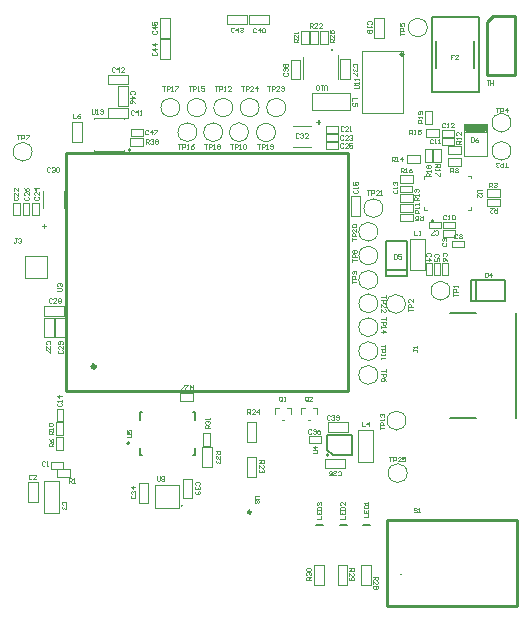
<source format=gto>
G04*
G04 #@! TF.GenerationSoftware,Altium Limited,Altium Designer,20.0.1 (14)*
G04*
G04 Layer_Color=65535*
%FSLAX44Y44*%
%MOMM*%
G71*
G01*
G75*
%ADD10C,0.1000*%
%ADD11C,0.2000*%
%ADD12C,0.3500*%
%ADD13C,0.2500*%
%ADD14C,0.0760*%
%ADD15C,0.1021*%
%ADD16C,0.2540*%
%ADD17C,0.7000*%
%ADD18C,0.0508*%
%ADD19C,0.1270*%
%ADD20C,0.1250*%
%ADD21C,0.1100*%
%ADD22C,0.0762*%
%ADD23C,0.0500*%
%ADD24C,0.1016*%
G36*
X262990Y399253D02*
X264668D01*
Y398122D01*
X262990D01*
Y396464D01*
X261869D01*
Y398122D01*
X260191D01*
Y399253D01*
X261869D01*
Y400911D01*
X262990D01*
Y399253D01*
D02*
G37*
G36*
X30953Y310673D02*
X32611D01*
Y309552D01*
X30953D01*
Y307874D01*
X29822D01*
Y309552D01*
X28163D01*
Y310673D01*
X29822D01*
Y312351D01*
X30953D01*
Y310673D01*
D02*
G37*
D10*
X425068Y398272D02*
G03*
X425068Y398272I-8000J0D01*
G01*
Y374396D02*
G03*
X425068Y374396I-8000J0D01*
G01*
X337184Y101600D02*
G03*
X337184Y101600I-8000J0D01*
G01*
X354202Y478790D02*
G03*
X354202Y478790I-8000J0D01*
G01*
X316610Y325882D02*
G03*
X316610Y325882I-8000J0D01*
G01*
X312298Y305925D02*
G03*
X312298Y305925I-8000J0D01*
G01*
X335660Y244856D02*
G03*
X335660Y244856I-8000J0D01*
G01*
X373506Y256032D02*
G03*
X373506Y256032I-8000J0D01*
G01*
X312298Y184658D02*
G03*
X312298Y184658I-8000J0D01*
G01*
Y204869D02*
G03*
X312298Y204869I-8000J0D01*
G01*
Y225080D02*
G03*
X312298Y225080I-8000J0D01*
G01*
Y245291D02*
G03*
X312298Y245291I-8000J0D01*
G01*
X336168Y146050D02*
G03*
X336168Y146050I-8000J0D01*
G01*
X312298Y285714D02*
G03*
X312298Y285714I-8000J0D01*
G01*
X159130Y390210D02*
G03*
X159130Y390210I-8000J0D01*
G01*
X211898Y411038D02*
G03*
X211898Y411038I-8000J0D01*
G01*
X189483D02*
G03*
X189483Y411038I-8000J0D01*
G01*
X167068D02*
G03*
X167068Y411038I-8000J0D01*
G01*
X144652D02*
G03*
X144652Y411038I-8000J0D01*
G01*
X312298Y265176D02*
G03*
X312298Y265176I-8000J0D01*
G01*
X19684Y373700D02*
G03*
X19684Y373700I-8000J0D01*
G01*
X331512Y15490D02*
G03*
X332512Y15490I500J0D01*
G01*
D02*
G03*
X331512Y15490I-500J0D01*
G01*
D02*
G03*
X332512Y15490I500J0D01*
G01*
X225678Y389956D02*
G03*
X225678Y389956I-8000J0D01*
G01*
X234314Y411038D02*
G03*
X234314Y411038I-8000J0D01*
G01*
X202818Y390210D02*
G03*
X202818Y390210I-8000J0D01*
G01*
X180974D02*
G03*
X180974Y390210I-8000J0D01*
G01*
X385064Y369931D02*
Y396829D01*
X404614D01*
Y369931D02*
Y396829D01*
X385064Y369931D02*
X404614D01*
X384963Y396743D02*
X404071D01*
Y390241D02*
Y396743D01*
X385001Y390241D02*
X404071D01*
X385001D02*
Y396743D01*
X351208Y324186D02*
X353708D01*
X351208D02*
Y326686D01*
Y352936D02*
X353708D01*
X351208Y350186D02*
Y352936D01*
X391208Y324186D02*
Y326686D01*
X388708Y324186D02*
X391208D01*
Y351686D02*
Y352936D01*
X388708D02*
X391208D01*
X278627Y435193D02*
Y455193D01*
Y435193D02*
Y455193D01*
X248627Y435193D02*
Y454193D01*
Y435193D02*
Y454193D01*
X240828Y377654D02*
X255728D01*
X240828Y395654D02*
X255728D01*
X28846Y325824D02*
Y340724D01*
X46846Y325824D02*
Y340724D01*
X247396Y156464D02*
X250444D01*
X247396Y151638D02*
Y156464D01*
X260604Y151638D02*
Y156464D01*
X257556D02*
X260604D01*
X252984Y146812D02*
X255016D01*
X225552Y156464D02*
X228600D01*
X225552Y151638D02*
Y156464D01*
X238760Y151638D02*
Y156464D01*
X235712D02*
X238760D01*
X231140Y146812D02*
X233172D01*
X123952Y71882D02*
X143764D01*
X123952D02*
Y91694D01*
X143764D01*
Y71882D02*
Y91694D01*
D11*
X358708Y316186D02*
G03*
X358708Y314186I0J-1000D01*
G01*
D02*
G03*
X358708Y316186I0J1000D01*
G01*
X273627Y460193D02*
G03*
X273627Y459193I0J-500D01*
G01*
D02*
G03*
X273627Y460193I0J500D01*
G01*
D02*
G03*
X273627Y459193I0J-500D01*
G01*
X102964Y375024D02*
G03*
X102964Y375024I-762J0D01*
G01*
X102012Y127024D02*
G03*
X102012Y127024I-1000J0D01*
G01*
X270630Y116976D02*
G03*
X270630Y116976I-1000J0D01*
G01*
X146409Y73914D02*
G03*
X146409Y73914I-359J0D01*
G01*
X361952Y444934D02*
Y467184D01*
X393952Y444934D02*
Y467184D01*
X358088Y424483D02*
Y487934D01*
X398272Y424483D02*
Y487934D01*
X358088Y424483D02*
X398272D01*
X358088Y487934D02*
X398272D01*
X269630Y121476D02*
Y133976D01*
X290630D01*
Y116976D02*
Y133976D01*
X274130Y116976D02*
X290630D01*
X269630Y121476D02*
X274130Y116976D01*
X300068Y57276D02*
X305910D01*
X280209D02*
X286051D01*
X260350D02*
X266192D01*
D12*
X73269Y191868D02*
G03*
X73269Y191868I-1437J0D01*
G01*
D13*
X204988Y68518D02*
G03*
X204988Y68518I-1250J0D01*
G01*
X333984Y456058D02*
G03*
X333984Y456058I-1250J0D01*
G01*
X191756Y171294D02*
X286716D01*
Y372462D01*
X48718D02*
X286716D01*
X48718Y171294D02*
Y372462D01*
Y171294D02*
X191756D01*
D14*
X16320Y76944D02*
X24420D01*
X16320Y93644D02*
X24420D01*
X16320Y76944D02*
Y93644D01*
X24420Y76944D02*
Y93644D01*
X289270Y319360D02*
Y336060D01*
X297370Y319360D02*
Y336060D01*
X289270Y319360D02*
X297370D01*
X289270Y336060D02*
X297370D01*
X280634Y435362D02*
Y452062D01*
X288734Y435362D02*
Y452062D01*
X280634Y435362D02*
X288734D01*
X280634Y452062D02*
X288734D01*
X238445Y434955D02*
Y451655D01*
X246545Y434955D02*
Y451655D01*
X238445Y434955D02*
X246545D01*
X238445Y451655D02*
X246545D01*
X203122Y489560D02*
X219822D01*
X203122Y481460D02*
X219822D01*
X203122D02*
Y489560D01*
X219822Y481460D02*
Y489560D01*
X185088D02*
X201788D01*
X185088Y481460D02*
X201788D01*
X185088D02*
Y489560D01*
X201788Y481460D02*
Y489560D01*
X128074Y470048D02*
Y486748D01*
X136174Y470048D02*
Y486748D01*
X128074Y470048D02*
X136174D01*
X128074Y486748D02*
X136174D01*
X128074Y452014D02*
Y468714D01*
X136174Y452014D02*
Y468714D01*
X128074Y452014D02*
X136174D01*
X128074Y468714D02*
X136174D01*
X83896Y430814D02*
X100596D01*
X83896Y438914D02*
X100596D01*
Y430814D02*
Y438914D01*
X83896Y430814D02*
Y438914D01*
X92514Y412390D02*
Y429090D01*
X100614Y412390D02*
Y429090D01*
X92514Y412390D02*
X100614D01*
X92514Y429090D02*
X100614D01*
X83896Y402620D02*
X100596D01*
X83896Y410720D02*
X100596D01*
Y402620D02*
Y410720D01*
X83896Y402620D02*
Y410720D01*
X47120Y216456D02*
Y233156D01*
X39020Y216456D02*
Y233156D01*
X47120D01*
X39020Y216456D02*
X47120D01*
X29936Y234914D02*
X46636D01*
X29936Y243014D02*
X46636D01*
Y234914D02*
Y243014D01*
X29936Y234914D02*
Y243014D01*
Y216490D02*
Y233190D01*
X38036Y216490D02*
Y233190D01*
X29936Y216490D02*
X38036D01*
X29936Y233190D02*
X38036D01*
X317536Y470136D02*
Y486836D01*
X309436Y470136D02*
Y486836D01*
X317536D01*
X309436Y470136D02*
X317536D01*
X270492Y136362D02*
X287192D01*
X270492Y144462D02*
X287192D01*
Y136362D02*
Y144462D01*
X270492Y136362D02*
Y144462D01*
X267698Y105818D02*
X284398D01*
X267698Y113918D02*
X284398D01*
Y105818D02*
Y113918D01*
X267698Y105818D02*
Y113918D01*
X147284Y80092D02*
Y96792D01*
X155384Y80092D02*
Y96792D01*
X147284Y80092D02*
X155384D01*
X147284Y96792D02*
X155384D01*
X117892Y76436D02*
Y93136D01*
X109792Y76436D02*
Y93136D01*
X117892D01*
X109792Y76436D02*
X117892D01*
D15*
X13610Y267103D02*
Y285603D01*
Y267103D02*
X32110D01*
Y285603D01*
X13610D02*
X32110D01*
D16*
X404622Y438912D02*
X428752D01*
Y488442D01*
X409702D02*
X428752D01*
X404622Y483362D02*
X409702Y488442D01*
X404622Y438912D02*
Y483362D01*
X319962Y-10664D02*
Y61980D01*
Y-10664D02*
X429962D01*
Y61980D01*
X319962D02*
X429962D01*
D17*
X388341Y393487D02*
X401076D01*
D18*
X376442Y386328D02*
Y391928D01*
X366442D02*
X376442D01*
X366442Y386328D02*
Y391928D01*
Y386328D02*
X376442D01*
X376483Y379558D02*
Y385159D01*
X366483D02*
X376483D01*
X366483Y379558D02*
Y385159D01*
Y379558D02*
X376483D01*
X383044Y371858D02*
Y378458D01*
X372044D02*
X383044D01*
X372044Y371858D02*
Y378458D01*
Y371858D02*
X383044D01*
X371844Y361952D02*
Y368552D01*
Y361952D02*
X382844D01*
Y368552D01*
X371844D02*
X382844D01*
X359506Y364986D02*
X366106D01*
Y375986D01*
X359506D02*
X366106D01*
X359506Y364986D02*
Y375986D01*
X337300Y364492D02*
Y371092D01*
Y364492D02*
X348300D01*
Y371092D01*
X337300D02*
X348300D01*
X352046Y408190D02*
X358646D01*
X352046Y397190D02*
Y408190D01*
Y397190D02*
X358646D01*
Y408190D01*
X352888Y386336D02*
Y392936D01*
Y386336D02*
X363888D01*
Y392936D01*
X352888D02*
X363888D01*
X351966Y364986D02*
X358566D01*
Y375986D01*
X351966D02*
X358566D01*
X351966Y364986D02*
Y375986D01*
X341896Y346966D02*
Y353566D01*
X330896D02*
X341896D01*
X330896Y346966D02*
Y353566D01*
Y346966D02*
X341896D01*
X331550Y339338D02*
Y344938D01*
Y339338D02*
X341550D01*
Y344938D01*
X331550D02*
X341550D01*
X341896Y331303D02*
Y337903D01*
X330896D02*
X341896D01*
X330896Y331303D02*
Y337903D01*
Y331303D02*
X341896D01*
X330896Y322836D02*
Y329436D01*
Y322836D02*
X341896D01*
Y329436D01*
X330896D02*
X341896D01*
Y314708D02*
Y321308D01*
X330896D02*
X341896D01*
X330896Y314708D02*
Y321308D01*
Y314708D02*
X341896D01*
X415904Y335282D02*
Y341882D01*
X404904D02*
X415904D01*
X404904Y335282D02*
Y341882D01*
Y335282D02*
X415904D01*
Y327408D02*
Y334008D01*
X404904D02*
X415904D01*
X404904Y327408D02*
Y334008D01*
Y327408D02*
X415904D01*
X384984Y292856D02*
Y298456D01*
X374984D02*
X384984D01*
X374984Y292856D02*
Y298456D01*
Y292856D02*
X384984D01*
X366028Y308858D02*
Y314458D01*
X356028D02*
X366028D01*
X356028Y308858D02*
Y314458D01*
Y308858D02*
X366028D01*
X377458D02*
Y314458D01*
X367458D02*
X377458D01*
X367458Y308858D02*
Y314458D01*
Y308858D02*
X377458D01*
Y301746D02*
Y307346D01*
X367458D02*
X377458D01*
X367458Y301746D02*
Y307346D01*
Y301746D02*
X377458D01*
X352960Y269364D02*
X358560D01*
Y279364D01*
X352960D02*
X358560D01*
X352960Y269364D02*
Y279364D01*
X359818Y269364D02*
X365418D01*
Y279364D01*
X359818D02*
X365418D01*
X359818Y269364D02*
Y279364D01*
X366422Y269364D02*
X372022D01*
Y279364D01*
X366422D02*
X372022D01*
X366422Y269364D02*
Y279364D01*
X339952Y273516D02*
X352452D01*
X339952D02*
Y300016D01*
X352452D01*
Y273516D02*
Y300016D01*
X268558Y375942D02*
Y381542D01*
Y375942D02*
X278558D01*
Y381542D01*
X268558D02*
X278558D01*
X263298Y465069D02*
X269898D01*
Y476069D01*
X263298D02*
X269898D01*
X263298Y465069D02*
Y476069D01*
X255272D02*
X261872D01*
X255272Y465069D02*
Y476069D01*
Y465069D02*
X261872D01*
Y476069D01*
X247246Y465069D02*
X253846D01*
Y476069D01*
X247246D02*
X253846D01*
X247246Y465069D02*
Y476069D01*
X113204Y387090D02*
Y392690D01*
X103204D02*
X113204D01*
X103204Y387090D02*
Y392690D01*
Y387090D02*
X113204D01*
X113804Y378462D02*
Y385062D01*
X102804D02*
X113804D01*
X102804Y378462D02*
Y385062D01*
Y378462D02*
X113804D01*
X3550Y320054D02*
Y330054D01*
X9150D01*
Y320054D02*
Y330054D01*
X3550Y320054D02*
X9150D01*
X11678D02*
X17278D01*
Y330054D01*
X11678D02*
X17278D01*
X11678Y320054D02*
Y330054D01*
X155968Y162562D02*
Y169162D01*
X144968D02*
X155968D01*
X144968Y162562D02*
Y169162D01*
Y162562D02*
X155968D01*
X164086Y135648D02*
X170686D01*
X164086Y124648D02*
Y135648D01*
Y124648D02*
X170686D01*
Y135648D01*
X40380Y145622D02*
X45980D01*
Y155622D01*
X40380D02*
X45980D01*
X40380Y145622D02*
Y155622D01*
X39634Y133592D02*
X46234D01*
Y144592D01*
X39634D02*
X46234D01*
X39634Y133592D02*
Y144592D01*
Y121400D02*
X46234D01*
Y132400D01*
X39634D02*
X46234D01*
X39634Y121400D02*
Y132400D01*
X40418Y98300D02*
Y104900D01*
Y98300D02*
X51418D01*
Y104900D01*
X40418D02*
X51418D01*
X45578Y105400D02*
Y110999D01*
X35578D02*
X45578D01*
X35578Y105400D02*
Y110999D01*
Y105400D02*
X45578D01*
X254468Y127350D02*
Y132950D01*
Y127350D02*
X264468D01*
Y132950D01*
X254468D02*
X264468D01*
X19806Y320054D02*
X25406D01*
Y330054D01*
X19806D02*
X25406D01*
X19806Y320054D02*
Y330054D01*
X268602Y388654D02*
X278602D01*
Y383054D02*
Y388654D01*
X268602Y383054D02*
X278602D01*
X268602D02*
Y388654D01*
Y395512D02*
X278602D01*
Y389912D02*
Y395512D01*
X268602Y389912D02*
X278602D01*
X268602D02*
Y395512D01*
D19*
X319532Y268732D02*
X337312D01*
Y298196D01*
X319532D02*
X337312D01*
X319532Y273304D02*
X337312D01*
X319532Y268732D02*
Y298196D01*
X390906Y247650D02*
Y265430D01*
Y247650D02*
X420370D01*
Y265430D01*
X395478Y247650D02*
Y265430D01*
X390906D02*
X420370D01*
X373070Y237232D02*
X395070D01*
X373070Y147832D02*
X395070D01*
X429770D02*
Y237232D01*
X110812Y116574D02*
Y122874D01*
Y116574D02*
X112612D01*
X110812Y146874D02*
Y153174D01*
X112612D01*
X157412Y146874D02*
Y153174D01*
X155612D02*
X157412D01*
Y116574D02*
Y122874D01*
X155612Y116574D02*
X157412D01*
D20*
X256997Y423113D02*
X288747D01*
X256997Y408889D02*
X288747D01*
Y423113D01*
X256997Y408889D02*
Y423113D01*
X29714Y67439D02*
Y94696D01*
X42414D01*
Y67439D02*
Y94696D01*
X29714Y67439D02*
X42414D01*
X295398Y111063D02*
X308098D01*
Y138320D01*
X295398D02*
X308098D01*
X295398Y111063D02*
Y138320D01*
D21*
X97068Y373954D02*
Y375024D01*
Y401440D02*
Y402256D01*
X72068Y373954D02*
X97068D01*
X72068D02*
Y375024D01*
Y402256D02*
X97068D01*
X72068Y401440D02*
Y402256D01*
D22*
X53558Y382252D02*
Y399052D01*
X61858D01*
Y382252D02*
Y399052D01*
X53558Y382252D02*
X61858D01*
X171740Y106662D02*
Y123462D01*
X163440Y106662D02*
X171740D01*
X163440D02*
Y123462D01*
X171740D01*
X209586Y98534D02*
Y115334D01*
X201286Y98534D02*
X209586D01*
X201286D02*
Y115334D01*
X209586D01*
X306614Y7094D02*
Y23894D01*
X298314Y7094D02*
X306614D01*
X298314D02*
Y23894D01*
X306614D01*
X286675Y7094D02*
Y23894D01*
X278375Y7094D02*
X286675D01*
X278375D02*
Y23894D01*
X286675D01*
X266736Y7094D02*
Y23894D01*
X258436Y7094D02*
X266736D01*
X258436D02*
Y23894D01*
X266736D01*
X201286Y128252D02*
X209586D01*
Y145052D01*
X201286D02*
X209586D01*
X201286Y128252D02*
Y145052D01*
D23*
X298984Y458558D02*
X333984D01*
X298984Y406058D02*
Y458558D01*
Y406058D02*
X333984D01*
Y458558D01*
D24*
X321818Y115315D02*
X324357D01*
X323088D01*
Y111506D01*
X325627D02*
Y115315D01*
X327531D01*
X328166Y114680D01*
Y113410D01*
X327531Y112776D01*
X325627D01*
X331975Y111506D02*
X329436D01*
X331975Y114045D01*
Y114680D01*
X331340Y115315D01*
X330070D01*
X329436Y114680D01*
X335784Y115315D02*
X333244D01*
Y113410D01*
X334514Y114045D01*
X335149D01*
X335784Y113410D01*
Y112141D01*
X335149Y111506D01*
X333879D01*
X333244Y112141D01*
X6509Y300389D02*
X5240D01*
X5874D01*
Y297215D01*
X5240Y296580D01*
X4605D01*
X3970Y297215D01*
X7779Y299754D02*
X8414Y300389D01*
X9683D01*
X10318Y299754D01*
Y299119D01*
X9683Y298484D01*
X9048D01*
X9683D01*
X10318Y297850D01*
Y297215D01*
X9683Y296580D01*
X8414D01*
X7779Y297215D01*
X196723Y429325D02*
X199262D01*
X197993D01*
Y425516D01*
X200532D02*
Y429325D01*
X202436D01*
X203071Y428690D01*
Y427420D01*
X202436Y426786D01*
X200532D01*
X206880Y425516D02*
X204341D01*
X206880Y428055D01*
Y428690D01*
X206245Y429325D01*
X204975D01*
X204341Y428690D01*
X210054Y425516D02*
Y429325D01*
X208149Y427420D01*
X210688D01*
X218948Y429325D02*
X221487D01*
X220218D01*
Y425516D01*
X222757D02*
Y429325D01*
X224661D01*
X225296Y428690D01*
Y427420D01*
X224661Y426786D01*
X222757D01*
X229105Y425516D02*
X226566D01*
X229105Y428055D01*
Y428690D01*
X228470Y429325D01*
X227200D01*
X226566Y428690D01*
X230374D02*
X231009Y429325D01*
X232279D01*
X232913Y428690D01*
Y428055D01*
X232279Y427420D01*
X231644D01*
X232279D01*
X232913Y426786D01*
Y426151D01*
X232279Y425516D01*
X231009D01*
X230374Y426151D01*
X319023Y251968D02*
Y249429D01*
Y250698D01*
X315214D01*
Y248159D02*
X319023D01*
Y246255D01*
X318388Y245620D01*
X317118D01*
X316484Y246255D01*
Y248159D01*
X315214Y241811D02*
Y244350D01*
X317753Y241811D01*
X318388D01*
X319023Y242446D01*
Y243716D01*
X318388Y244350D01*
X315214Y238002D02*
Y240542D01*
X317753Y238002D01*
X318388D01*
X319023Y238637D01*
Y239907D01*
X318388Y240542D01*
X303022Y341121D02*
X305561D01*
X304292D01*
Y337312D01*
X306831D02*
Y341121D01*
X308735D01*
X309370Y340486D01*
Y339216D01*
X308735Y338582D01*
X306831D01*
X313179Y337312D02*
X310640D01*
X313179Y339851D01*
Y340486D01*
X312544Y341121D01*
X311274D01*
X310640Y340486D01*
X314448Y337312D02*
X315718D01*
X315083D01*
Y341121D01*
X314448Y340486D01*
X290323Y298196D02*
Y300735D01*
Y299466D01*
X294132D01*
Y302005D02*
X290323D01*
Y303909D01*
X290958Y304544D01*
X292228D01*
X292862Y303909D01*
Y302005D01*
X294132Y308353D02*
Y305814D01*
X291593Y308353D01*
X290958D01*
X290323Y307718D01*
Y306448D01*
X290958Y305814D01*
Y309622D02*
X290323Y310257D01*
Y311527D01*
X290958Y312162D01*
X293497D01*
X294132Y311527D01*
Y310257D01*
X293497Y309622D01*
X290958D01*
X210312Y380049D02*
X212851D01*
X211582D01*
Y376240D01*
X214121D02*
Y380049D01*
X216025D01*
X216660Y379414D01*
Y378144D01*
X216025Y377510D01*
X214121D01*
X217930Y376240D02*
X219199D01*
X218564D01*
Y380049D01*
X217930Y379414D01*
X221103Y376875D02*
X221738Y376240D01*
X223008D01*
X223643Y376875D01*
Y379414D01*
X223008Y380049D01*
X221738D01*
X221103Y379414D01*
Y378779D01*
X221738Y378144D01*
X223643D01*
X260859Y62738D02*
X264668D01*
Y65277D01*
X260859Y69086D02*
Y66547D01*
X264668D01*
Y69086D01*
X262764Y66547D02*
Y67816D01*
X260859Y70356D02*
X264668D01*
Y72260D01*
X264033Y72895D01*
X261494D01*
X260859Y72260D01*
Y70356D01*
X261494Y74164D02*
X260859Y74799D01*
Y76069D01*
X261494Y76704D01*
X262129D01*
X262764Y76069D01*
Y75434D01*
Y76069D01*
X263398Y76704D01*
X264033D01*
X264668Y76069D01*
Y74799D01*
X264033Y74164D01*
X280464Y62738D02*
X284273D01*
Y65277D01*
X280464Y69086D02*
Y66547D01*
X284273D01*
Y69086D01*
X282369Y66547D02*
Y67816D01*
X280464Y70356D02*
X284273D01*
Y72260D01*
X283638Y72895D01*
X281099D01*
X280464Y72260D01*
Y70356D01*
X284273Y76704D02*
Y74164D01*
X281734Y76704D01*
X281099D01*
X280464Y76069D01*
Y74799D01*
X281099Y74164D01*
X300483Y64008D02*
X304292D01*
Y66547D01*
X300483Y70356D02*
Y67816D01*
X304292D01*
Y70356D01*
X302388Y67816D02*
Y69086D01*
X300483Y71625D02*
X304292D01*
Y73530D01*
X303657Y74164D01*
X301118D01*
X300483Y73530D01*
Y71625D01*
X304292Y75434D02*
Y76704D01*
Y76069D01*
X300483D01*
X301118Y75434D01*
X391160Y385825D02*
Y382016D01*
X393064D01*
X393699Y382651D01*
Y385190D01*
X393064Y385825D01*
X391160D01*
X397508D02*
X396238Y385190D01*
X394969Y383920D01*
Y382651D01*
X395604Y382016D01*
X396873D01*
X397508Y382651D01*
Y383286D01*
X396873Y383920D01*
X394969D01*
X70104Y409767D02*
Y406593D01*
X70739Y405958D01*
X72008D01*
X72643Y406593D01*
Y409767D01*
X73913Y405958D02*
X75182D01*
X74548D01*
Y409767D01*
X73913Y409132D01*
X77087D02*
X77722Y409767D01*
X78991D01*
X79626Y409132D01*
Y408497D01*
X78991Y407862D01*
X78356D01*
X78991D01*
X79626Y407228D01*
Y406593D01*
X78991Y405958D01*
X77722D01*
X77087Y406593D01*
X292355Y427228D02*
X295529D01*
X296164Y427863D01*
Y429132D01*
X295529Y429767D01*
X292355D01*
X296164Y431037D02*
Y432306D01*
Y431672D01*
X292355D01*
X292990Y431037D01*
X296164Y434211D02*
Y435480D01*
Y434846D01*
X292355D01*
X292990Y434211D01*
X269469Y426239D02*
Y429413D01*
X268834Y430047D01*
X267564D01*
X266929Y429413D01*
Y426239D01*
X265660Y430047D02*
X264390D01*
X265025D01*
Y426239D01*
X265660Y426873D01*
X262486D02*
X261851Y426239D01*
X260581D01*
X259947Y426873D01*
Y429413D01*
X260581Y430047D01*
X261851D01*
X262486Y429413D01*
Y426873D01*
X125222Y98805D02*
Y95631D01*
X125857Y94996D01*
X127126D01*
X127761Y95631D01*
Y98805D01*
X129031Y95631D02*
X129666Y94996D01*
X130935D01*
X131570Y95631D01*
Y98170D01*
X130935Y98805D01*
X129666D01*
X129031Y98170D01*
Y97535D01*
X129666Y96900D01*
X131570D01*
X211835Y82550D02*
X208661D01*
X208026Y81915D01*
Y80646D01*
X208661Y80011D01*
X211835D01*
X211200Y78741D02*
X211835Y78106D01*
Y76837D01*
X211200Y76202D01*
X210565D01*
X209930Y76837D01*
X209296Y76202D01*
X208661D01*
X208026Y76837D01*
Y78106D01*
X208661Y78741D01*
X209296D01*
X209930Y78106D01*
X210565Y78741D01*
X211200D01*
X209930Y78106D02*
Y76837D01*
X99823Y131826D02*
X102997D01*
X103632Y132461D01*
Y133730D01*
X102997Y134365D01*
X99823D01*
Y138174D02*
Y135635D01*
X101728D01*
X101093Y136904D01*
Y137539D01*
X101728Y138174D01*
X102997D01*
X103632Y137539D01*
Y136270D01*
X102997Y135635D01*
X257303Y118364D02*
X260477D01*
X261112Y118999D01*
Y120268D01*
X260477Y120903D01*
X257303D01*
X261112Y124077D02*
X257303D01*
X259208Y122173D01*
Y124712D01*
X41149Y255778D02*
X44323D01*
X44958Y256413D01*
Y257682D01*
X44323Y258317D01*
X41149D01*
X41784Y259587D02*
X41149Y260222D01*
Y261491D01*
X41784Y262126D01*
X42419D01*
X43054Y261491D01*
Y260856D01*
Y261491D01*
X43688Y262126D01*
X44323D01*
X44958Y261491D01*
Y260222D01*
X44323Y259587D01*
X400303Y341630D02*
X397129D01*
X396494Y340995D01*
Y339726D01*
X397129Y339091D01*
X400303D01*
X396494Y335282D02*
Y337821D01*
X399033Y335282D01*
X399668D01*
X400303Y335917D01*
Y337186D01*
X399668Y337821D01*
X165566Y380049D02*
X168105D01*
X166835D01*
Y376240D01*
X169374D02*
Y380049D01*
X171279D01*
X171914Y379414D01*
Y378144D01*
X171279Y377510D01*
X169374D01*
X173183Y376240D02*
X174453D01*
X173818D01*
Y380049D01*
X173183Y379414D01*
X176357D02*
X176992Y380049D01*
X178262D01*
X178896Y379414D01*
Y378779D01*
X178262Y378144D01*
X178896Y377510D01*
Y376875D01*
X178262Y376240D01*
X176992D01*
X176357Y376875D01*
Y377510D01*
X176992Y378144D01*
X176357Y378779D01*
Y379414D01*
X176992Y378144D02*
X178262D01*
X130048Y429325D02*
X132587D01*
X131318D01*
Y425516D01*
X133857D02*
Y429325D01*
X135761D01*
X136396Y428690D01*
Y427420D01*
X135761Y426786D01*
X133857D01*
X137666Y425516D02*
X138935D01*
X138300D01*
Y429325D01*
X137666Y428690D01*
X140840Y429325D02*
X143379D01*
Y428690D01*
X140840Y426151D01*
Y425516D01*
X143002Y380049D02*
X145541D01*
X144272D01*
Y376240D01*
X146811D02*
Y380049D01*
X148715D01*
X149350Y379414D01*
Y378144D01*
X148715Y377510D01*
X146811D01*
X150620Y376240D02*
X151889D01*
X151254D01*
Y380049D01*
X150620Y379414D01*
X156333Y380049D02*
X155063Y379414D01*
X153793Y378144D01*
Y376875D01*
X154428Y376240D01*
X155698D01*
X156333Y376875D01*
Y377510D01*
X155698Y378144D01*
X153793D01*
X152273Y429325D02*
X154812D01*
X153543D01*
Y425516D01*
X156082D02*
Y429325D01*
X157986D01*
X158621Y428690D01*
Y427420D01*
X157986Y426786D01*
X156082D01*
X159891Y425516D02*
X161160D01*
X160525D01*
Y429325D01*
X159891Y428690D01*
X165604Y429325D02*
X163064D01*
Y427420D01*
X164334Y428055D01*
X164969D01*
X165604Y427420D01*
Y426151D01*
X164969Y425516D01*
X163699D01*
X163064Y426151D01*
X319023Y233680D02*
Y231141D01*
Y232410D01*
X315214D01*
Y229871D02*
X319023D01*
Y227967D01*
X318388Y227332D01*
X317118D01*
X316484Y227967D01*
Y229871D01*
X315214Y226062D02*
Y224793D01*
Y225428D01*
X319023D01*
X318388Y226062D01*
X315214Y220984D02*
X319023D01*
X317118Y222889D01*
Y220349D01*
X314199Y138684D02*
Y141223D01*
Y139954D01*
X318008D01*
Y142493D02*
X314199D01*
Y144397D01*
X314834Y145032D01*
X316104D01*
X316738Y144397D01*
Y142493D01*
X318008Y146302D02*
Y147571D01*
Y146936D01*
X314199D01*
X314834Y146302D01*
Y149475D02*
X314199Y150110D01*
Y151380D01*
X314834Y152015D01*
X315469D01*
X316104Y151380D01*
Y150745D01*
Y151380D01*
X316738Y152015D01*
X317373D01*
X318008Y151380D01*
Y150110D01*
X317373Y149475D01*
X174498Y429325D02*
X177037D01*
X175768D01*
Y425516D01*
X178307D02*
Y429325D01*
X180211D01*
X180846Y428690D01*
Y427420D01*
X180211Y426786D01*
X178307D01*
X182116Y425516D02*
X183385D01*
X182750D01*
Y429325D01*
X182116Y428690D01*
X187829Y425516D02*
X185289D01*
X187829Y428055D01*
Y428690D01*
X187194Y429325D01*
X185924D01*
X185289Y428690D01*
X318769Y210058D02*
Y207519D01*
Y208788D01*
X314960D01*
Y206249D02*
X318769D01*
Y204345D01*
X318134Y203710D01*
X316864D01*
X316230Y204345D01*
Y206249D01*
X314960Y202440D02*
Y201171D01*
Y201806D01*
X318769D01*
X318134Y202440D01*
X314960Y199266D02*
Y197997D01*
Y198632D01*
X318769D01*
X318134Y199266D01*
X187401Y380049D02*
X189940D01*
X188670D01*
Y376240D01*
X191210D02*
Y380049D01*
X193114D01*
X193749Y379414D01*
Y378144D01*
X193114Y377510D01*
X191210D01*
X195018Y376240D02*
X196288D01*
X195653D01*
Y380049D01*
X195018Y379414D01*
X198192D02*
X198827Y380049D01*
X200097D01*
X200732Y379414D01*
Y376875D01*
X200097Y376240D01*
X198827D01*
X198192Y376875D01*
Y379414D01*
X290323Y262382D02*
Y264921D01*
Y263652D01*
X294132D01*
Y266191D02*
X290323D01*
Y268095D01*
X290958Y268730D01*
X292228D01*
X292862Y268095D01*
Y266191D01*
X293497Y270000D02*
X294132Y270634D01*
Y271904D01*
X293497Y272539D01*
X290958D01*
X290323Y271904D01*
Y270634D01*
X290958Y270000D01*
X291593D01*
X292228Y270634D01*
Y272539D01*
X290577Y280416D02*
Y282955D01*
Y281686D01*
X294386D01*
Y284225D02*
X290577D01*
Y286129D01*
X291212Y286764D01*
X292482D01*
X293116Y286129D01*
Y284225D01*
X291212Y288034D02*
X290577Y288668D01*
Y289938D01*
X291212Y290573D01*
X291847D01*
X292482Y289938D01*
X293116Y290573D01*
X293751D01*
X294386Y289938D01*
Y288668D01*
X293751Y288034D01*
X293116D01*
X292482Y288668D01*
X291847Y288034D01*
X291212D01*
X292482Y288668D02*
Y289938D01*
X6858Y387923D02*
X9397D01*
X8128D01*
Y384114D01*
X10667D02*
Y387923D01*
X12571D01*
X13206Y387288D01*
Y386018D01*
X12571Y385384D01*
X10667D01*
X14476Y387923D02*
X17015D01*
Y387288D01*
X14476Y384749D01*
Y384114D01*
X319277Y189484D02*
Y186945D01*
Y188214D01*
X315468D01*
Y185675D02*
X319277D01*
Y183771D01*
X318642Y183136D01*
X317372D01*
X316738Y183771D01*
Y185675D01*
X319277Y179327D02*
X318642Y180597D01*
X317372Y181866D01*
X316103D01*
X315468Y181232D01*
Y179962D01*
X316103Y179327D01*
X316738D01*
X317372Y179962D01*
Y181866D01*
X330963Y472440D02*
Y474979D01*
Y473710D01*
X334772D01*
Y476249D02*
X330963D01*
Y478153D01*
X331598Y478788D01*
X332868D01*
X333502Y478153D01*
Y476249D01*
X330963Y482597D02*
Y480058D01*
X332868D01*
X332233Y481327D01*
Y481962D01*
X332868Y482597D01*
X334137D01*
X334772Y481962D01*
Y480692D01*
X334137Y480058D01*
X412242Y410971D02*
X414781D01*
X413512D01*
Y407162D01*
X416051D02*
Y410971D01*
X417955D01*
X418590Y410336D01*
Y409066D01*
X417955Y408432D01*
X416051D01*
X421764Y407162D02*
Y410971D01*
X419860Y409066D01*
X422399D01*
X422402Y360681D02*
X419863D01*
X421132D01*
Y364490D01*
X418593D02*
Y360681D01*
X416689D01*
X416054Y361316D01*
Y362586D01*
X416689Y363220D01*
X418593D01*
X414784Y361316D02*
X414150Y360681D01*
X412880D01*
X412245Y361316D01*
Y361951D01*
X412880Y362586D01*
X413515D01*
X412880D01*
X412245Y363220D01*
Y363855D01*
X412880Y364490D01*
X414150D01*
X414784Y363855D01*
X338075Y238506D02*
Y241045D01*
Y239776D01*
X341884D01*
Y242315D02*
X338075D01*
Y244219D01*
X338710Y244854D01*
X339980D01*
X340614Y244219D01*
Y242315D01*
X341884Y248663D02*
Y246124D01*
X339345Y248663D01*
X338710D01*
X338075Y248028D01*
Y246758D01*
X338710Y246124D01*
X376429Y251460D02*
Y253999D01*
Y252730D01*
X380238D01*
Y255269D02*
X376429D01*
Y257173D01*
X377064Y257808D01*
X378334D01*
X378968Y257173D01*
Y255269D01*
X380238Y259078D02*
Y260347D01*
Y259712D01*
X376429D01*
X377064Y259078D01*
X345293Y71500D02*
X344659Y72135D01*
X343389D01*
X342754Y71500D01*
Y70865D01*
X343389Y70230D01*
X344659D01*
X345293Y69596D01*
Y68961D01*
X344659Y68326D01*
X343389D01*
X342754Y68961D01*
X346563Y68326D02*
X347832D01*
X347198D01*
Y72135D01*
X346563Y71500D01*
X116078Y380492D02*
Y384301D01*
X117982D01*
X118617Y383666D01*
Y382396D01*
X117982Y381762D01*
X116078D01*
X117348D02*
X118617Y380492D01*
X119887Y383666D02*
X120522Y384301D01*
X121791D01*
X122426Y383666D01*
Y383031D01*
X121791Y382396D01*
X121156D01*
X121791D01*
X122426Y381762D01*
Y381127D01*
X121791Y380492D01*
X120522D01*
X119887Y381127D01*
X123696Y383666D02*
X124330Y384301D01*
X125600D01*
X126235Y383666D01*
Y383031D01*
X125600Y382396D01*
X126235Y381762D01*
Y381127D01*
X125600Y380492D01*
X124330D01*
X123696Y381127D01*
Y381762D01*
X124330Y382396D01*
X123696Y383031D01*
Y383666D01*
X124330Y382396D02*
X125600D01*
X175260Y120186D02*
X179069D01*
Y118282D01*
X178434Y117647D01*
X177164D01*
X176530Y118282D01*
Y120186D01*
Y118916D02*
X175260Y117647D01*
X178434Y116377D02*
X179069Y115742D01*
Y114473D01*
X178434Y113838D01*
X177799D01*
X177164Y114473D01*
Y115108D01*
Y114473D01*
X176530Y113838D01*
X175895D01*
X175260Y114473D01*
Y115742D01*
X175895Y116377D01*
X178434Y112568D02*
X179069Y111934D01*
Y110664D01*
X178434Y110029D01*
X177799D01*
X177164Y110664D01*
Y111299D01*
Y110664D01*
X176530Y110029D01*
X175895D01*
X175260Y110664D01*
Y111934D01*
X175895Y112568D01*
X170180Y139446D02*
X166371D01*
Y141350D01*
X167006Y141985D01*
X168276D01*
X168910Y141350D01*
Y139446D01*
Y140716D02*
X170180Y141985D01*
X167006Y143255D02*
X166371Y143890D01*
Y145159D01*
X167006Y145794D01*
X167641D01*
X168276Y145159D01*
Y144524D01*
Y145159D01*
X168910Y145794D01*
X169545D01*
X170180Y145159D01*
Y143890D01*
X169545Y143255D01*
X170180Y147064D02*
Y148333D01*
Y147698D01*
X166371D01*
X167006Y147064D01*
X255778Y11176D02*
X251969D01*
Y13080D01*
X252604Y13715D01*
X253874D01*
X254508Y13080D01*
Y11176D01*
Y12446D02*
X255778Y13715D01*
X252604Y14985D02*
X251969Y15620D01*
Y16889D01*
X252604Y17524D01*
X253239D01*
X253874Y16889D01*
Y16254D01*
Y16889D01*
X254508Y17524D01*
X255143D01*
X255778Y16889D01*
Y15620D01*
X255143Y14985D01*
X252604Y18794D02*
X251969Y19428D01*
Y20698D01*
X252604Y21333D01*
X255143D01*
X255778Y20698D01*
Y19428D01*
X255143Y18794D01*
X252604D01*
X288036Y20828D02*
X291845D01*
Y18924D01*
X291210Y18289D01*
X289940D01*
X289306Y18924D01*
Y20828D01*
Y19558D02*
X288036Y18289D01*
Y14480D02*
Y17019D01*
X290575Y14480D01*
X291210D01*
X291845Y15115D01*
Y16384D01*
X291210Y17019D01*
X288671Y13210D02*
X288036Y12576D01*
Y11306D01*
X288671Y10671D01*
X291210D01*
X291845Y11306D01*
Y12576D01*
X291210Y13210D01*
X290575D01*
X289940Y12576D01*
Y10671D01*
X308610Y13970D02*
X312419D01*
Y12066D01*
X311784Y11431D01*
X310514D01*
X309880Y12066D01*
Y13970D01*
Y12700D02*
X308610Y11431D01*
Y7622D02*
Y10161D01*
X311149Y7622D01*
X311784D01*
X312419Y8257D01*
Y9526D01*
X311784Y10161D01*
Y6352D02*
X312419Y5718D01*
Y4448D01*
X311784Y3813D01*
X311149D01*
X310514Y4448D01*
X309880Y3813D01*
X309245D01*
X308610Y4448D01*
Y5718D01*
X309245Y6352D01*
X309880D01*
X310514Y5718D01*
X311149Y6352D01*
X311784D01*
X310514Y5718D02*
Y4448D01*
X155492Y176022D02*
Y172213D01*
X153588D01*
X152953Y172848D01*
Y174118D01*
X153588Y174752D01*
X155492D01*
X154222D02*
X152953Y176022D01*
X149144D02*
X151683D01*
X149144Y173483D01*
Y172848D01*
X149779Y172213D01*
X151048D01*
X151683Y172848D01*
X147874Y172213D02*
X145335D01*
Y172848D01*
X147874Y175387D01*
Y176022D01*
X275336Y466344D02*
X271527D01*
Y468248D01*
X272162Y468883D01*
X273432D01*
X274066Y468248D01*
Y466344D01*
Y467614D02*
X275336Y468883D01*
Y472692D02*
Y470153D01*
X272797Y472692D01*
X272162D01*
X271527Y472057D01*
Y470788D01*
X272162Y470153D01*
X271527Y476501D02*
Y473962D01*
X273432D01*
X272797Y475231D01*
Y475866D01*
X273432Y476501D01*
X274701D01*
X275336Y475866D01*
Y474596D01*
X274701Y473962D01*
X201924Y151638D02*
Y155447D01*
X203828D01*
X204463Y154812D01*
Y153542D01*
X203828Y152908D01*
X201924D01*
X203194D02*
X204463Y151638D01*
X208272D02*
X205733D01*
X208272Y154177D01*
Y154812D01*
X207637Y155447D01*
X206368D01*
X205733Y154812D01*
X211446Y151638D02*
Y155447D01*
X209542Y153542D01*
X212081D01*
X212090Y112362D02*
X215899D01*
Y110458D01*
X215264Y109823D01*
X213994D01*
X213360Y110458D01*
Y112362D01*
Y111093D02*
X212090Y109823D01*
Y106014D02*
Y108553D01*
X214629Y106014D01*
X215264D01*
X215899Y106649D01*
Y107919D01*
X215264Y108553D01*
Y104745D02*
X215899Y104110D01*
Y102840D01*
X215264Y102205D01*
X214629D01*
X213994Y102840D01*
Y103475D01*
Y102840D01*
X213360Y102205D01*
X212725D01*
X212090Y102840D01*
Y104110D01*
X212725Y104745D01*
X254762Y478790D02*
Y482599D01*
X256666D01*
X257301Y481964D01*
Y480694D01*
X256666Y480060D01*
X254762D01*
X256032D02*
X257301Y478790D01*
X261110D02*
X258571D01*
X261110Y481329D01*
Y481964D01*
X260475Y482599D01*
X259206D01*
X258571Y481964D01*
X264919Y478790D02*
X262380D01*
X264919Y481329D01*
Y481964D01*
X264284Y482599D01*
X263014D01*
X262380Y481964D01*
X244798Y466351D02*
X240989D01*
Y468255D01*
X241624Y468890D01*
X242893D01*
X243528Y468255D01*
Y466351D01*
Y467620D02*
X244798Y468890D01*
Y472699D02*
Y470160D01*
X242258Y472699D01*
X241624D01*
X240989Y472064D01*
Y470794D01*
X241624Y470160D01*
X244798Y473968D02*
Y475238D01*
Y474603D01*
X240989D01*
X241624Y473968D01*
X350012Y398272D02*
X346203D01*
Y400176D01*
X346838Y400811D01*
X348108D01*
X348742Y400176D01*
Y398272D01*
Y399542D02*
X350012Y400811D01*
Y402081D02*
Y403350D01*
Y402716D01*
X346203D01*
X346838Y402081D01*
X349377Y405255D02*
X350012Y405890D01*
Y407159D01*
X349377Y407794D01*
X346838D01*
X346203Y407159D01*
Y405890D01*
X346838Y405255D01*
X347473D01*
X348108Y405890D01*
Y407794D01*
X357124Y353060D02*
X353315D01*
Y354964D01*
X353950Y355599D01*
X355220D01*
X355854Y354964D01*
Y353060D01*
Y354330D02*
X357124Y355599D01*
Y356869D02*
Y358138D01*
Y357504D01*
X353315D01*
X353950Y356869D01*
Y360043D02*
X353315Y360678D01*
Y361947D01*
X353950Y362582D01*
X354585D01*
X355220Y361947D01*
X355854Y362582D01*
X356489D01*
X357124Y361947D01*
Y360678D01*
X356489Y360043D01*
X355854D01*
X355220Y360678D01*
X354585Y360043D01*
X353950D01*
X355220Y360678D02*
Y361947D01*
X360934Y362966D02*
X364743D01*
Y361062D01*
X364108Y360427D01*
X362838D01*
X362204Y361062D01*
Y362966D01*
Y361696D02*
X360934Y360427D01*
Y359157D02*
Y357888D01*
Y358522D01*
X364743D01*
X364108Y359157D01*
X364743Y355983D02*
Y353444D01*
X364108D01*
X361569Y355983D01*
X360934D01*
X331830Y356108D02*
Y359917D01*
X333734D01*
X334369Y359282D01*
Y358012D01*
X333734Y357378D01*
X331830D01*
X333100D02*
X334369Y356108D01*
X335639D02*
X336908D01*
X336273D01*
Y359917D01*
X335639Y359282D01*
X341352Y359917D02*
X340082Y359282D01*
X338813Y358012D01*
Y356743D01*
X339448Y356108D01*
X340717D01*
X341352Y356743D01*
Y357378D01*
X340717Y358012D01*
X338813D01*
X339090Y388620D02*
Y392429D01*
X340994D01*
X341629Y391794D01*
Y390524D01*
X340994Y389890D01*
X339090D01*
X340360D02*
X341629Y388620D01*
X342899D02*
X344168D01*
X343534D01*
Y392429D01*
X342899Y391794D01*
X348612Y392429D02*
X346073D01*
Y390524D01*
X347342Y391159D01*
X347977D01*
X348612Y390524D01*
Y389255D01*
X347977Y388620D01*
X346708D01*
X346073Y389255D01*
X324104Y365760D02*
Y369569D01*
X326008D01*
X326643Y368934D01*
Y367664D01*
X326008Y367030D01*
X324104D01*
X325374D02*
X326643Y365760D01*
X327913D02*
X329182D01*
X328548D01*
Y369569D01*
X327913Y368934D01*
X332991Y365760D02*
Y369569D01*
X331087Y367664D01*
X333626D01*
X346816Y332486D02*
X343007D01*
Y334390D01*
X343642Y335025D01*
X344912D01*
X345546Y334390D01*
Y332486D01*
Y333756D02*
X346816Y335025D01*
Y336295D02*
Y337564D01*
Y336930D01*
X343007D01*
X343642Y336295D01*
Y339469D02*
X343007Y340104D01*
Y341373D01*
X343642Y342008D01*
X344277D01*
X344912Y341373D01*
Y340738D01*
Y341373D01*
X345546Y342008D01*
X346181D01*
X346816Y341373D01*
Y340104D01*
X346181Y339469D01*
X382524Y380492D02*
X378715D01*
Y382396D01*
X379350Y383031D01*
X380620D01*
X381254Y382396D01*
Y380492D01*
Y381762D02*
X382524Y383031D01*
Y384301D02*
Y385570D01*
Y384936D01*
X378715D01*
X379350Y384301D01*
X382524Y390014D02*
Y387475D01*
X379985Y390014D01*
X379350D01*
X378715Y389379D01*
Y388110D01*
X379350Y387475D01*
X347324Y321818D02*
X343515D01*
Y323722D01*
X344150Y324357D01*
X345420D01*
X346054Y323722D01*
Y321818D01*
Y323088D02*
X347324Y324357D01*
Y325627D02*
Y326896D01*
Y326262D01*
X343515D01*
X344150Y325627D01*
X347324Y328801D02*
Y330070D01*
Y329436D01*
X343515D01*
X344150Y328801D01*
X37440Y134620D02*
X33631D01*
Y136524D01*
X34266Y137159D01*
X35536D01*
X36170Y136524D01*
Y134620D01*
Y135890D02*
X37440Y137159D01*
Y138429D02*
Y139698D01*
Y139064D01*
X33631D01*
X34266Y138429D01*
Y141603D02*
X33631Y142238D01*
Y143507D01*
X34266Y144142D01*
X36805D01*
X37440Y143507D01*
Y142238D01*
X36805Y141603D01*
X34266D01*
X373888Y356108D02*
Y359917D01*
X375792D01*
X376427Y359282D01*
Y358012D01*
X375792Y357378D01*
X373888D01*
X375158D02*
X376427Y356108D01*
X377697Y359282D02*
X378332Y359917D01*
X379601D01*
X380236Y359282D01*
Y358647D01*
X379601Y358012D01*
X380236Y357378D01*
Y356743D01*
X379601Y356108D01*
X378332D01*
X377697Y356743D01*
Y357378D01*
X378332Y358012D01*
X377697Y358647D01*
Y359282D01*
X378332Y358012D02*
X379601D01*
X37760Y124260D02*
X33951D01*
Y126164D01*
X34586Y126799D01*
X35856D01*
X36490Y126164D01*
Y124260D01*
Y125530D02*
X37760Y126799D01*
X33951Y130608D02*
X34586Y129338D01*
X35856Y128069D01*
X37125D01*
X37760Y128704D01*
Y129973D01*
X37125Y130608D01*
X36490D01*
X35856Y129973D01*
Y128069D01*
X350520Y319438D02*
Y315629D01*
X348616D01*
X347981Y316264D01*
Y317534D01*
X348616Y318168D01*
X350520D01*
X349250D02*
X347981Y319438D01*
X344172Y315629D02*
X346711D01*
Y317534D01*
X345442Y316899D01*
X344807D01*
X344172Y317534D01*
Y318803D01*
X344807Y319438D01*
X346076D01*
X346711Y318803D01*
X406654Y343662D02*
Y347471D01*
X408558D01*
X409193Y346836D01*
Y345566D01*
X408558Y344932D01*
X406654D01*
X407924D02*
X409193Y343662D01*
X410463Y346836D02*
X411098Y347471D01*
X412367D01*
X413002Y346836D01*
Y346201D01*
X412367Y345566D01*
X411732D01*
X412367D01*
X413002Y344932D01*
Y344297D01*
X412367Y343662D01*
X411098D01*
X410463Y344297D01*
X413512Y325882D02*
Y322073D01*
X411608D01*
X410973Y322708D01*
Y323978D01*
X411608Y324612D01*
X413512D01*
X412242D02*
X410973Y325882D01*
X407164D02*
X409703D01*
X407164Y323343D01*
Y322708D01*
X407799Y322073D01*
X409068D01*
X409703Y322708D01*
X50800Y93472D02*
Y97281D01*
X52704D01*
X53339Y96646D01*
Y95376D01*
X52704Y94742D01*
X50800D01*
X52070D02*
X53339Y93472D01*
X54609D02*
X55878D01*
X55244D01*
Y97281D01*
X54609Y96646D01*
X253237Y163195D02*
Y165734D01*
X252602Y166369D01*
X251333D01*
X250698Y165734D01*
Y163195D01*
X251333Y162560D01*
X252602D01*
X251968Y163830D02*
X253237Y162560D01*
X252602D02*
X253237Y163195D01*
X257046Y162560D02*
X254507D01*
X257046Y165099D01*
Y165734D01*
X256411Y166369D01*
X255142D01*
X254507Y165734D01*
X231583Y163195D02*
Y165734D01*
X230948Y166369D01*
X229679D01*
X229044Y165734D01*
Y163195D01*
X229679Y162560D01*
X230948D01*
X230314Y163830D02*
X231583Y162560D01*
X230948D02*
X231583Y163195D01*
X232853Y162560D02*
X234122D01*
X233488D01*
Y166369D01*
X232853Y165734D01*
X54102Y405891D02*
Y402082D01*
X56641D01*
X60450Y405891D02*
X59180Y405256D01*
X57911Y403986D01*
Y402717D01*
X58546Y402082D01*
X59815D01*
X60450Y402717D01*
Y403352D01*
X59815Y403986D01*
X57911D01*
X294639Y419100D02*
X290830D01*
Y416561D01*
X294639Y412752D02*
Y415291D01*
X292734D01*
X293369Y414022D01*
Y413387D01*
X292734Y412752D01*
X291465D01*
X290830Y413387D01*
Y414656D01*
X291465Y415291D01*
X298864Y145097D02*
Y141288D01*
X301403D01*
X304577D02*
Y145097D01*
X302673Y143192D01*
X305212D01*
X343314Y306831D02*
Y303022D01*
X345853D01*
X347123D02*
X348392D01*
X347757D01*
Y306831D01*
X347123Y306196D01*
X342139Y206247D02*
Y204978D01*
Y205612D01*
X345313D01*
X345948Y204978D01*
Y204343D01*
X345313Y203708D01*
X345948Y207517D02*
Y208786D01*
Y208152D01*
X342139D01*
X342774Y207517D01*
X409956Y430277D02*
Y434086D01*
Y432182D01*
X407417D01*
Y430277D01*
Y434086D01*
X406147D02*
X404878D01*
X405512D01*
Y430277D01*
X406147Y430912D01*
X376681Y455675D02*
X374142D01*
Y453770D01*
X375412D01*
X374142D01*
Y451866D01*
X380490D02*
X377951D01*
X380490Y454405D01*
Y455040D01*
X379855Y455675D01*
X378586D01*
X377951Y455040D01*
X325882Y287019D02*
Y283210D01*
X327786D01*
X328421Y283845D01*
Y286384D01*
X327786Y287019D01*
X325882D01*
X332230D02*
X329691D01*
Y285114D01*
X330960Y285749D01*
X331595D01*
X332230Y285114D01*
Y283845D01*
X331595Y283210D01*
X330326D01*
X329691Y283845D01*
X402844Y271271D02*
Y267462D01*
X404748D01*
X405383Y268097D01*
Y270636D01*
X404748Y271271D01*
X402844D01*
X408557Y267462D02*
Y271271D01*
X406653Y269366D01*
X409192D01*
X118109Y391540D02*
X117474Y392175D01*
X116205D01*
X115570Y391540D01*
Y389001D01*
X116205Y388366D01*
X117474D01*
X118109Y389001D01*
X121283Y388366D02*
Y392175D01*
X119379Y390270D01*
X121918D01*
X123188Y392175D02*
X125727D01*
Y391540D01*
X123188Y389001D01*
Y388366D01*
X105790Y422215D02*
X106425Y422850D01*
Y424119D01*
X105790Y424754D01*
X103251D01*
X102616Y424119D01*
Y422850D01*
X103251Y422215D01*
X102616Y419041D02*
X106425D01*
X104520Y420945D01*
Y418406D01*
X106425Y414597D02*
X105790Y415867D01*
X104520Y417136D01*
X103251D01*
X102616Y416502D01*
Y415232D01*
X103251Y414597D01*
X103886D01*
X104520Y415232D01*
Y417136D01*
X122048Y476315D02*
X121413Y475680D01*
Y474411D01*
X122048Y473776D01*
X124587D01*
X125222Y474411D01*
Y475680D01*
X124587Y476315D01*
X125222Y479489D02*
X121413D01*
X123318Y477585D01*
Y480124D01*
X121413Y483933D02*
Y481394D01*
X123318D01*
X122683Y482663D01*
Y483298D01*
X123318Y483933D01*
X124587D01*
X125222Y483298D01*
Y482028D01*
X124587Y481394D01*
X122048Y457773D02*
X121413Y457138D01*
Y455869D01*
X122048Y455234D01*
X124587D01*
X125222Y455869D01*
Y457138D01*
X124587Y457773D01*
X125222Y460947D02*
X121413D01*
X123318Y459043D01*
Y461582D01*
X125222Y464756D02*
X121413D01*
X123318Y462852D01*
Y465391D01*
X190499Y478220D02*
X189864Y478855D01*
X188595D01*
X187960Y478220D01*
Y475681D01*
X188595Y475046D01*
X189864D01*
X190499Y475681D01*
X193673Y475046D02*
Y478855D01*
X191769Y476950D01*
X194308D01*
X195578Y478220D02*
X196212Y478855D01*
X197482D01*
X198117Y478220D01*
Y477585D01*
X197482Y476950D01*
X196847D01*
X197482D01*
X198117Y476316D01*
Y475681D01*
X197482Y475046D01*
X196212D01*
X195578Y475681D01*
X89661Y444692D02*
X89026Y445327D01*
X87757D01*
X87122Y444692D01*
Y442153D01*
X87757Y441518D01*
X89026D01*
X89661Y442153D01*
X92835Y441518D02*
Y445327D01*
X90931Y443422D01*
X93470D01*
X97279Y441518D02*
X94740D01*
X97279Y444057D01*
Y444692D01*
X96644Y445327D01*
X95374D01*
X94740Y444692D01*
X105917Y408370D02*
X105282Y409005D01*
X104013D01*
X103378Y408370D01*
Y405831D01*
X104013Y405196D01*
X105282D01*
X105917Y405831D01*
X109091Y405196D02*
Y409005D01*
X107187Y407100D01*
X109726D01*
X110996Y405196D02*
X112265D01*
X111630D01*
Y409005D01*
X110996Y408370D01*
X209295Y477966D02*
X208660Y478601D01*
X207391D01*
X206756Y477966D01*
Y475427D01*
X207391Y474792D01*
X208660D01*
X209295Y475427D01*
X212469Y474792D02*
Y478601D01*
X210565Y476696D01*
X213104D01*
X214374Y477966D02*
X215008Y478601D01*
X216278D01*
X216913Y477966D01*
Y475427D01*
X216278Y474792D01*
X215008D01*
X214374Y475427D01*
Y477966D01*
X271779Y149986D02*
X271144Y150621D01*
X269875D01*
X269240Y149986D01*
Y147447D01*
X269875Y146812D01*
X271144D01*
X271779Y147447D01*
X273049Y149986D02*
X273684Y150621D01*
X274953D01*
X275588Y149986D01*
Y149351D01*
X274953Y148716D01*
X274318D01*
X274953D01*
X275588Y148082D01*
Y147447D01*
X274953Y146812D01*
X273684D01*
X273049Y147447D01*
X276858D02*
X277492Y146812D01*
X278762D01*
X279397Y147447D01*
Y149986D01*
X278762Y150621D01*
X277492D01*
X276858Y149986D01*
Y149351D01*
X277492Y148716D01*
X279397D01*
X232767Y440555D02*
X232132Y439920D01*
Y438650D01*
X232767Y438016D01*
X235306D01*
X235941Y438650D01*
Y439920D01*
X235306Y440555D01*
X232767Y441824D02*
X232132Y442459D01*
Y443729D01*
X232767Y444363D01*
X233401D01*
X234036Y443729D01*
Y443094D01*
Y443729D01*
X234671Y444363D01*
X235306D01*
X235941Y443729D01*
Y442459D01*
X235306Y441824D01*
X232767Y445633D02*
X232132Y446268D01*
Y447537D01*
X232767Y448172D01*
X233401D01*
X234036Y447537D01*
X234671Y448172D01*
X235306D01*
X235941Y447537D01*
Y446268D01*
X235306Y445633D01*
X234671D01*
X234036Y446268D01*
X233401Y445633D01*
X232767D01*
X234036Y446268D02*
Y447537D01*
X294512Y445789D02*
X295147Y446423D01*
Y447693D01*
X294512Y448328D01*
X291973D01*
X291338Y447693D01*
Y446423D01*
X291973Y445789D01*
X294512Y444519D02*
X295147Y443884D01*
Y442615D01*
X294512Y441980D01*
X293877D01*
X293242Y442615D01*
Y443250D01*
Y442615D01*
X292608Y441980D01*
X291973D01*
X291338Y442615D01*
Y443884D01*
X291973Y444519D01*
X295147Y440710D02*
Y438171D01*
X294512D01*
X291973Y440710D01*
X291338D01*
X256071Y138278D02*
X255436Y138912D01*
X254167D01*
X253532Y138278D01*
Y135738D01*
X254167Y135104D01*
X255436D01*
X256071Y135738D01*
X257341Y138278D02*
X257975Y138912D01*
X259245D01*
X259880Y138278D01*
Y137643D01*
X259245Y137008D01*
X258610D01*
X259245D01*
X259880Y136373D01*
Y135738D01*
X259245Y135104D01*
X257975D01*
X257341Y135738D01*
X263689Y138912D02*
X262419Y138278D01*
X261149Y137008D01*
Y135738D01*
X261784Y135104D01*
X263054D01*
X263689Y135738D01*
Y136373D01*
X263054Y137008D01*
X261149D01*
X278545Y100268D02*
X279180Y99633D01*
X280449D01*
X281084Y100268D01*
Y102807D01*
X280449Y103442D01*
X279180D01*
X278545Y102807D01*
X277275Y100268D02*
X276640Y99633D01*
X275371D01*
X274736Y100268D01*
Y100903D01*
X275371Y101538D01*
X276006D01*
X275371D01*
X274736Y102172D01*
Y102807D01*
X275371Y103442D01*
X276640D01*
X277275Y102807D01*
X270927Y99633D02*
X273466D01*
Y101538D01*
X272197Y100903D01*
X271562D01*
X270927Y101538D01*
Y102807D01*
X271562Y103442D01*
X272832D01*
X273466Y102807D01*
X104014Y82803D02*
X103379Y82168D01*
Y80899D01*
X104014Y80264D01*
X106553D01*
X107188Y80899D01*
Y82168D01*
X106553Y82803D01*
X104014Y84073D02*
X103379Y84708D01*
Y85977D01*
X104014Y86612D01*
X104649D01*
X105284Y85977D01*
Y85342D01*
Y85977D01*
X105918Y86612D01*
X106553D01*
X107188Y85977D01*
Y84708D01*
X106553Y84073D01*
X107188Y89786D02*
X103379D01*
X105284Y87882D01*
Y90421D01*
X161162Y91695D02*
X161797Y92330D01*
Y93599D01*
X161162Y94234D01*
X158623D01*
X157988Y93599D01*
Y92330D01*
X158623Y91695D01*
X161162Y90425D02*
X161797Y89790D01*
Y88521D01*
X161162Y87886D01*
X160527D01*
X159892Y88521D01*
Y89156D01*
Y88521D01*
X159258Y87886D01*
X158623D01*
X157988Y88521D01*
Y89790D01*
X158623Y90425D01*
X161162Y86616D02*
X161797Y85982D01*
Y84712D01*
X161162Y84077D01*
X160527D01*
X159892Y84712D01*
Y85347D01*
Y84712D01*
X159258Y84077D01*
X158623D01*
X157988Y84712D01*
Y85982D01*
X158623Y86616D01*
X245363Y388746D02*
X244728Y389381D01*
X243459D01*
X242824Y388746D01*
Y386207D01*
X243459Y385572D01*
X244728D01*
X245363Y386207D01*
X246633Y388746D02*
X247268Y389381D01*
X248537D01*
X249172Y388746D01*
Y388111D01*
X248537Y387476D01*
X247902D01*
X248537D01*
X249172Y386842D01*
Y386207D01*
X248537Y385572D01*
X247268D01*
X246633Y386207D01*
X252981Y385572D02*
X250442D01*
X252981Y388111D01*
Y388746D01*
X252346Y389381D01*
X251076D01*
X250442Y388746D01*
X34957Y359842D02*
X34322Y360477D01*
X33053D01*
X32418Y359842D01*
Y357303D01*
X33053Y356668D01*
X34322D01*
X34957Y357303D01*
X36227Y359842D02*
X36862Y360477D01*
X38131D01*
X38766Y359842D01*
Y359207D01*
X38131Y358572D01*
X37496D01*
X38131D01*
X38766Y357938D01*
Y357303D01*
X38131Y356668D01*
X36862D01*
X36227Y357303D01*
X40036Y359842D02*
X40670Y360477D01*
X41940D01*
X42575Y359842D01*
Y357303D01*
X41940Y356668D01*
X40670D01*
X40036Y357303D01*
Y359842D01*
X42292Y205485D02*
X41657Y204850D01*
Y203581D01*
X42292Y202946D01*
X44831D01*
X45466Y203581D01*
Y204850D01*
X44831Y205485D01*
X45466Y209294D02*
Y206755D01*
X42927Y209294D01*
X42292D01*
X41657Y208659D01*
Y207390D01*
X42292Y206755D01*
X44831Y210564D02*
X45466Y211198D01*
Y212468D01*
X44831Y213103D01*
X42292D01*
X41657Y212468D01*
Y211198D01*
X42292Y210564D01*
X42927D01*
X43562Y211198D01*
Y213103D01*
X36321Y248792D02*
X35686Y249427D01*
X34417D01*
X33782Y248792D01*
Y246253D01*
X34417Y245618D01*
X35686D01*
X36321Y246253D01*
X40130Y245618D02*
X37591D01*
X40130Y248157D01*
Y248792D01*
X39495Y249427D01*
X38226D01*
X37591Y248792D01*
X41400D02*
X42034Y249427D01*
X43304D01*
X43939Y248792D01*
Y248157D01*
X43304Y247522D01*
X43939Y246888D01*
Y246253D01*
X43304Y245618D01*
X42034D01*
X41400Y246253D01*
Y246888D01*
X42034Y247522D01*
X41400Y248157D01*
Y248792D01*
X42034Y247522D02*
X43304D01*
X34416Y210567D02*
X35051Y211202D01*
Y212471D01*
X34416Y213106D01*
X31877D01*
X31242Y212471D01*
Y211202D01*
X31877Y210567D01*
X31242Y206758D02*
Y209297D01*
X33781Y206758D01*
X34416D01*
X35051Y207393D01*
Y208662D01*
X34416Y209297D01*
X35051Y205488D02*
Y202949D01*
X34416D01*
X31877Y205488D01*
X31242D01*
X13590Y335467D02*
X12955Y334832D01*
Y333563D01*
X13590Y332928D01*
X16129D01*
X16764Y333563D01*
Y334832D01*
X16129Y335467D01*
X16764Y339276D02*
Y336737D01*
X14225Y339276D01*
X13590D01*
X12955Y338641D01*
Y337372D01*
X13590Y336737D01*
X12955Y343085D02*
X13590Y341815D01*
X14860Y340546D01*
X16129D01*
X16764Y341180D01*
Y342450D01*
X16129Y343085D01*
X15494D01*
X14860Y342450D01*
Y340546D01*
X283209Y380110D02*
X282574Y380745D01*
X281305D01*
X280670Y380110D01*
Y377571D01*
X281305Y376936D01*
X282574D01*
X283209Y377571D01*
X287018Y376936D02*
X284479D01*
X287018Y379475D01*
Y380110D01*
X286383Y380745D01*
X285114D01*
X284479Y380110D01*
X290827Y380745D02*
X288288D01*
Y378840D01*
X289557Y379475D01*
X290192D01*
X290827Y378840D01*
Y377571D01*
X290192Y376936D01*
X288922D01*
X288288Y377571D01*
X21972Y335721D02*
X21337Y335086D01*
Y333817D01*
X21972Y333182D01*
X24511D01*
X25146Y333817D01*
Y335086D01*
X24511Y335721D01*
X25146Y339530D02*
Y336991D01*
X22607Y339530D01*
X21972D01*
X21337Y338895D01*
Y337626D01*
X21972Y336991D01*
X25146Y342704D02*
X21337D01*
X23242Y340799D01*
Y343339D01*
X283209Y386968D02*
X282574Y387603D01*
X281305D01*
X280670Y386968D01*
Y384429D01*
X281305Y383794D01*
X282574D01*
X283209Y384429D01*
X287018Y383794D02*
X284479D01*
X287018Y386333D01*
Y386968D01*
X286383Y387603D01*
X285114D01*
X284479Y386968D01*
X288288D02*
X288922Y387603D01*
X290192D01*
X290827Y386968D01*
Y386333D01*
X290192Y385698D01*
X289557D01*
X290192D01*
X290827Y385064D01*
Y384429D01*
X290192Y383794D01*
X288922D01*
X288288Y384429D01*
X4700Y335213D02*
X4065Y334578D01*
Y333309D01*
X4700Y332674D01*
X7239D01*
X7874Y333309D01*
Y334578D01*
X7239Y335213D01*
X7874Y339022D02*
Y336483D01*
X5335Y339022D01*
X4700D01*
X4065Y338387D01*
Y337118D01*
X4700Y336483D01*
X7874Y342831D02*
Y340291D01*
X5335Y342831D01*
X4700D01*
X4065Y342196D01*
Y340926D01*
X4700Y340291D01*
X283463Y394588D02*
X282828Y395223D01*
X281559D01*
X280924Y394588D01*
Y392049D01*
X281559Y391414D01*
X282828D01*
X283463Y392049D01*
X287272Y391414D02*
X284733D01*
X287272Y393953D01*
Y394588D01*
X286637Y395223D01*
X285368D01*
X284733Y394588D01*
X288542Y391414D02*
X289811D01*
X289176D01*
Y395223D01*
X288542Y394588D01*
X306450Y481585D02*
X307085Y482220D01*
Y483489D01*
X306450Y484124D01*
X303911D01*
X303276Y483489D01*
Y482220D01*
X303911Y481585D01*
X303276Y480315D02*
Y479046D01*
Y479680D01*
X307085D01*
X306450Y480315D01*
Y477141D02*
X307085Y476506D01*
Y475237D01*
X306450Y474602D01*
X305815D01*
X305180Y475237D01*
X304546Y474602D01*
X303911D01*
X303276Y475237D01*
Y476506D01*
X303911Y477141D01*
X304546D01*
X305180Y476506D01*
X305815Y477141D01*
X306450D01*
X305180Y476506D02*
Y475237D01*
X292228Y341375D02*
X291593Y340740D01*
Y339471D01*
X292228Y338836D01*
X294767D01*
X295402Y339471D01*
Y340740D01*
X294767Y341375D01*
X295402Y342645D02*
Y343914D01*
Y343280D01*
X291593D01*
X292228Y342645D01*
X291593Y348358D02*
Y345819D01*
X293498D01*
X292863Y347088D01*
Y347723D01*
X293498Y348358D01*
X294767D01*
X295402Y347723D01*
Y346454D01*
X294767Y345819D01*
X41436Y160781D02*
X40801Y160146D01*
Y158877D01*
X41436Y158242D01*
X43975D01*
X44610Y158877D01*
Y160146D01*
X43975Y160781D01*
X44610Y162051D02*
Y163320D01*
Y162686D01*
X40801D01*
X41436Y162051D01*
X44610Y167129D02*
X40801D01*
X42706Y165225D01*
Y167764D01*
X325782Y341452D02*
X325147Y340817D01*
Y339548D01*
X325782Y338913D01*
X328321D01*
X328956Y339548D01*
Y340817D01*
X328321Y341452D01*
X328956Y342721D02*
Y343991D01*
Y343356D01*
X325147D01*
X325782Y342721D01*
Y345895D02*
X325147Y346530D01*
Y347800D01*
X325782Y348435D01*
X326417D01*
X327052Y347800D01*
Y347165D01*
Y347800D01*
X327686Y348435D01*
X328321D01*
X328956Y347800D01*
Y346530D01*
X328321Y345895D01*
X369569Y397382D02*
X368934Y398017D01*
X367665D01*
X367030Y397382D01*
Y394843D01*
X367665Y394208D01*
X368934D01*
X369569Y394843D01*
X370839Y394208D02*
X372108D01*
X371474D01*
Y398017D01*
X370839Y397382D01*
X376552Y394208D02*
X374013D01*
X376552Y396747D01*
Y397382D01*
X375917Y398017D01*
X374648D01*
X374013Y397382D01*
X359155Y383920D02*
X358520Y384555D01*
X357251D01*
X356616Y383920D01*
Y381381D01*
X357251Y380746D01*
X358520D01*
X359155Y381381D01*
X360425Y380746D02*
X361694D01*
X361060D01*
Y384555D01*
X360425Y383920D01*
X363599Y380746D02*
X364868D01*
X364234D01*
Y384555D01*
X363599Y383920D01*
X370331Y319658D02*
X369696Y320293D01*
X368427D01*
X367792Y319658D01*
Y317119D01*
X368427Y316484D01*
X369696D01*
X370331Y317119D01*
X371601Y316484D02*
X372870D01*
X372236D01*
Y320293D01*
X371601Y319658D01*
X374775D02*
X375410Y320293D01*
X376679D01*
X377314Y319658D01*
Y317119D01*
X376679Y316484D01*
X375410D01*
X374775Y317119D01*
Y319658D01*
X367158Y296671D02*
X366523Y296036D01*
Y294767D01*
X367158Y294132D01*
X369697D01*
X370332Y294767D01*
Y296036D01*
X369697Y296671D01*
Y297941D02*
X370332Y298576D01*
Y299845D01*
X369697Y300480D01*
X367158D01*
X366523Y299845D01*
Y298576D01*
X367158Y297941D01*
X367793D01*
X368428Y298576D01*
Y300480D01*
X379823Y303402D02*
X379188Y304037D01*
X377919D01*
X377284Y303402D01*
Y300863D01*
X377919Y300228D01*
X379188D01*
X379823Y300863D01*
X381093Y303402D02*
X381728Y304037D01*
X382997D01*
X383632Y303402D01*
Y302767D01*
X382997Y302132D01*
X383632Y301498D01*
Y300863D01*
X382997Y300228D01*
X381728D01*
X381093Y300863D01*
Y301498D01*
X381728Y302132D01*
X381093Y302767D01*
Y303402D01*
X381728Y302132D02*
X382997D01*
X360935Y303912D02*
X361570Y303277D01*
X362839D01*
X363474Y303912D01*
Y306451D01*
X362839Y307086D01*
X361570D01*
X360935Y306451D01*
X359665Y303277D02*
X357126D01*
Y303912D01*
X359665Y306451D01*
Y307086D01*
X370458Y285243D02*
X371093Y285878D01*
Y287147D01*
X370458Y287782D01*
X367919D01*
X367284Y287147D01*
Y285878D01*
X367919Y285243D01*
X371093Y281434D02*
X370458Y282704D01*
X369188Y283973D01*
X367919D01*
X367284Y283338D01*
Y282069D01*
X367919Y281434D01*
X368554D01*
X369188Y282069D01*
Y283973D01*
X363346Y284735D02*
X363981Y285370D01*
Y286639D01*
X363346Y287274D01*
X360807D01*
X360172Y286639D01*
Y285370D01*
X360807Y284735D01*
X363981Y280926D02*
Y283465D01*
X362076D01*
X362711Y282196D01*
Y281561D01*
X362076Y280926D01*
X360807D01*
X360172Y281561D01*
Y282830D01*
X360807Y283465D01*
X356742Y284989D02*
X357377Y285624D01*
Y286893D01*
X356742Y287528D01*
X354203D01*
X353568Y286893D01*
Y285624D01*
X354203Y284989D01*
X353568Y281815D02*
X357377D01*
X355472Y283719D01*
Y281180D01*
X48132Y74931D02*
X48767Y75566D01*
Y76835D01*
X48132Y77470D01*
X45593D01*
X44958Y76835D01*
Y75566D01*
X45593Y74931D01*
X48132Y73661D02*
X48767Y73026D01*
Y71757D01*
X48132Y71122D01*
X47497D01*
X46862Y71757D01*
Y72392D01*
Y71757D01*
X46228Y71122D01*
X45593D01*
X44958Y71757D01*
Y73026D01*
X45593Y73661D01*
X19303Y99694D02*
X18668Y100329D01*
X17399D01*
X16764Y99694D01*
Y97155D01*
X17399Y96520D01*
X18668D01*
X19303Y97155D01*
X23112Y96520D02*
X20573D01*
X23112Y99059D01*
Y99694D01*
X22477Y100329D01*
X21208D01*
X20573Y99694D01*
X30733Y110870D02*
X30098Y111505D01*
X28829D01*
X28194Y110870D01*
Y108331D01*
X28829Y107696D01*
X30098D01*
X30733Y108331D01*
X32003Y107696D02*
X33272D01*
X32638D01*
Y111505D01*
X32003Y110870D01*
M02*

</source>
